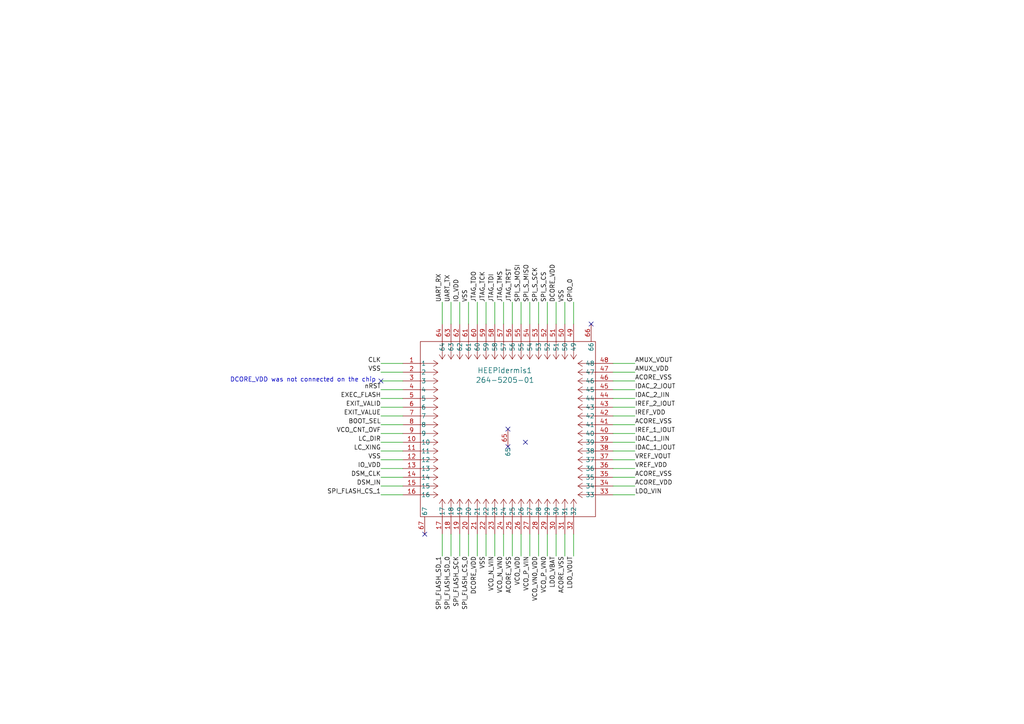
<source format=kicad_sch>
(kicad_sch (version 20231120) (generator "eeschema") (generator_version "8.0")
  (paper "A4")
  (lib_symbols
    (symbol "QFN64-scoket:264-5205-01" (pin_names (offset 0.254))
      (property "Reference" "HEEPidermis" (at 16.51 -8.382 0))
      (property "Value" "264-5205-01" (at 16.002 -11.176 0))
      (symbol "264-5205-01_1_1"
        (polyline (pts (xy 5.08 -44.45) (xy 0 -44.45)) (stroke (width 0.127)))
        (polyline (pts (xy 5.08 -44.45) (xy 3.81 -45.2967)) (stroke (width 0.127)))
        (polyline (pts (xy 5.08 -44.45) (xy 3.81 -43.6033)) (stroke (width 0.127)))
        (polyline (pts (xy 5.08 -41.91) (xy 0 -41.91)) (stroke (width 0.127)))
        (polyline (pts (xy 5.08 -41.91) (xy 3.81 -42.7567)) (stroke (width 0.127)))
        (polyline (pts (xy 5.08 -41.91) (xy 3.81 -41.0633)) (stroke (width 0.127)))
        (polyline (pts (xy 5.08 -39.37) (xy 0 -39.37)) (stroke (width 0.127)))
        (polyline (pts (xy 5.08 -39.37) (xy 3.81 -40.2167)) (stroke (width 0.127)))
        (polyline (pts (xy 5.08 -39.37) (xy 3.81 -38.5233)) (stroke (width 0.127)))
        (polyline (pts (xy 5.08 -36.83) (xy 0 -36.83)) (stroke (width 0.127)))
        (polyline (pts (xy 5.08 -36.83) (xy 3.81 -37.6767)) (stroke (width 0.127)))
        (polyline (pts (xy 5.08 -36.83) (xy 3.81 -35.9833)) (stroke (width 0.127)))
        (polyline (pts (xy 5.08 -34.29) (xy 0 -34.29)) (stroke (width 0.127)))
        (polyline (pts (xy 5.08 -34.29) (xy 3.81 -35.1367)) (stroke (width 0.127)))
        (polyline (pts (xy 5.08 -34.29) (xy 3.81 -33.4433)) (stroke (width 0.127)))
        (polyline (pts (xy 5.08 -31.75) (xy 0 -31.75)) (stroke (width 0.127)))
        (polyline (pts (xy 5.08 -31.75) (xy 3.81 -32.5967)) (stroke (width 0.127)))
        (polyline (pts (xy 5.08 -31.75) (xy 3.81 -30.9033)) (stroke (width 0.127)))
        (polyline (pts (xy 5.08 -29.21) (xy 0 -29.21)) (stroke (width 0.127)))
        (polyline (pts (xy 5.08 -29.21) (xy 3.81 -30.0567)) (stroke (width 0.127)))
        (polyline (pts (xy 5.08 -29.21) (xy 3.81 -28.3633)) (stroke (width 0.127)))
        (polyline (pts (xy 5.08 -26.67) (xy 0 -26.67)) (stroke (width 0.127)))
        (polyline (pts (xy 5.08 -26.67) (xy 3.81 -27.5167)) (stroke (width 0.127)))
        (polyline (pts (xy 5.08 -26.67) (xy 3.81 -25.8233)) (stroke (width 0.127)))
        (polyline (pts (xy 5.08 -24.13) (xy 0 -24.13)) (stroke (width 0.127)))
        (polyline (pts (xy 5.08 -24.13) (xy 3.81 -24.9767)) (stroke (width 0.127)))
        (polyline (pts (xy 5.08 -24.13) (xy 3.81 -23.2833)) (stroke (width 0.127)))
        (polyline (pts (xy 5.08 -21.59) (xy 0 -21.59)) (stroke (width 0.127)))
        (polyline (pts (xy 5.08 -21.59) (xy 3.81 -22.4367)) (stroke (width 0.127)))
        (polyline (pts (xy 5.08 -21.59) (xy 3.81 -20.7433)) (stroke (width 0.127)))
        (polyline (pts (xy 5.08 -19.05) (xy 0 -19.05)) (stroke (width 0.127)))
        (polyline (pts (xy 5.08 -19.05) (xy 3.81 -19.8967)) (stroke (width 0.127)))
        (polyline (pts (xy 5.08 -19.05) (xy 3.81 -18.2033)) (stroke (width 0.127)))
        (polyline (pts (xy 5.08 -16.51) (xy 0 -16.51)) (stroke (width 0.127)))
        (polyline (pts (xy 5.08 -16.51) (xy 3.81 -17.3567)) (stroke (width 0.127)))
        (polyline (pts (xy 5.08 -16.51) (xy 3.81 -15.6633)) (stroke (width 0.127)))
        (polyline (pts (xy 5.08 -13.97) (xy 0 -13.97)) (stroke (width 0.127)))
        (polyline (pts (xy 5.08 -13.97) (xy 3.81 -14.8167)) (stroke (width 0.127)))
        (polyline (pts (xy 5.08 -13.97) (xy 3.81 -13.1233)) (stroke (width 0.127)))
        (polyline (pts (xy 5.08 -11.43) (xy 0 -11.43)) (stroke (width 0.127)))
        (polyline (pts (xy 5.08 -11.43) (xy 3.81 -12.2767)) (stroke (width 0.127)))
        (polyline (pts (xy 5.08 -11.43) (xy 3.81 -10.5833)) (stroke (width 0.127)))
        (polyline (pts (xy 5.08 -8.89) (xy 0 -8.89)) (stroke (width 0.127)))
        (polyline (pts (xy 5.08 -8.89) (xy 3.81 -9.7367)) (stroke (width 0.127)))
        (polyline (pts (xy 5.08 -8.89) (xy 3.81 -8.0433)) (stroke (width 0.127)))
        (polyline (pts (xy 5.08 -6.35) (xy 0 -6.35)) (stroke (width 0.127)))
        (polyline (pts (xy 5.08 -6.35) (xy 3.81 -7.1967)) (stroke (width 0.127)))
        (polyline (pts (xy 5.08 -6.35) (xy 3.81 -5.5033)) (stroke (width 0.127)))
        (polyline (pts (xy 6.35 -45.72) (xy 5.5033 -46.99)) (stroke (width 0.127)))
        (polyline (pts (xy 6.35 -45.72) (xy 6.35 -50.8)) (stroke (width 0.127)))
        (polyline (pts (xy 6.35 -45.72) (xy 7.1967 -46.99)) (stroke (width 0.127)))
        (polyline (pts (xy 6.35 -5.08) (xy 5.5033 -3.81)) (stroke (width 0.127)))
        (polyline (pts (xy 6.35 -5.08) (xy 6.35 0)) (stroke (width 0.127)))
        (polyline (pts (xy 6.35 -5.08) (xy 7.1967 -3.81)) (stroke (width 0.127)))
        (polyline (pts (xy 8.89 -45.72) (xy 8.0433 -46.99)) (stroke (width 0.127)))
        (polyline (pts (xy 8.89 -45.72) (xy 8.89 -50.8)) (stroke (width 0.127)))
        (polyline (pts (xy 8.89 -45.72) (xy 9.7367 -46.99)) (stroke (width 0.127)))
        (polyline (pts (xy 8.89 -5.08) (xy 8.0433 -3.81)) (stroke (width 0.127)))
        (polyline (pts (xy 8.89 -5.08) (xy 8.89 0)) (stroke (width 0.127)))
        (polyline (pts (xy 8.89 -5.08) (xy 9.7367 -3.81)) (stroke (width 0.127)))
        (polyline (pts (xy 11.43 -45.72) (xy 10.5833 -46.99)) (stroke (width 0.127)))
        (polyline (pts (xy 11.43 -45.72) (xy 11.43 -50.8)) (stroke (width 0.127)))
        (polyline (pts (xy 11.43 -45.72) (xy 12.2767 -46.99)) (stroke (width 0.127)))
        (polyline (pts (xy 11.43 -5.08) (xy 10.5833 -3.81)) (stroke (width 0.127)))
        (polyline (pts (xy 11.43 -5.08) (xy 11.43 0)) (stroke (width 0.127)))
        (polyline (pts (xy 11.43 -5.08) (xy 12.2767 -3.81)) (stroke (width 0.127)))
        (polyline (pts (xy 13.97 -45.72) (xy 13.1233 -46.99)) (stroke (width 0.127)))
        (polyline (pts (xy 13.97 -45.72) (xy 13.97 -50.8)) (stroke (width 0.127)))
        (polyline (pts (xy 13.97 -45.72) (xy 14.8167 -46.99)) (stroke (width 0.127)))
        (polyline (pts (xy 13.97 -5.08) (xy 13.1233 -3.81)) (stroke (width 0.127)))
        (polyline (pts (xy 13.97 -5.08) (xy 13.97 0)) (stroke (width 0.127)))
        (polyline (pts (xy 13.97 -5.08) (xy 14.8167 -3.81)) (stroke (width 0.127)))
        (polyline (pts (xy 16.51 -45.72) (xy 15.6633 -46.99)) (stroke (width 0.127)))
        (polyline (pts (xy 16.51 -45.72) (xy 16.51 -50.8)) (stroke (width 0.127)))
        (polyline (pts (xy 16.51 -45.72) (xy 17.3567 -46.99)) (stroke (width 0.127)))
        (polyline (pts (xy 16.51 -5.08) (xy 15.6633 -3.81)) (stroke (width 0.127)))
        (polyline (pts (xy 16.51 -5.08) (xy 16.51 0)) (stroke (width 0.127)))
        (polyline (pts (xy 16.51 -5.08) (xy 17.3567 -3.81)) (stroke (width 0.127)))
        (polyline (pts (xy 19.05 -45.72) (xy 18.2033 -46.99)) (stroke (width 0.127)))
        (polyline (pts (xy 19.05 -45.72) (xy 19.05 -50.8)) (stroke (width 0.127)))
        (polyline (pts (xy 19.05 -45.72) (xy 19.8967 -46.99)) (stroke (width 0.127)))
        (polyline (pts (xy 19.05 -5.08) (xy 18.2033 -3.81)) (stroke (width 0.127)))
        (polyline (pts (xy 19.05 -5.08) (xy 19.05 0)) (stroke (width 0.127)))
        (polyline (pts (xy 19.05 -5.08) (xy 19.8967 -3.81)) (stroke (width 0.127)))
        (polyline (pts (xy 21.59 -45.72) (xy 20.7433 -46.99)) (stroke (width 0.127)))
        (polyline (pts (xy 21.59 -45.72) (xy 21.59 -50.8)) (stroke (width 0.127)))
        (polyline (pts (xy 21.59 -45.72) (xy 22.4367 -46.99)) (stroke (width 0.127)))
        (polyline (pts (xy 21.59 -5.08) (xy 20.7433 -3.81)) (stroke (width 0.127)))
        (polyline (pts (xy 21.59 -5.08) (xy 21.59 0)) (stroke (width 0.127)))
        (polyline (pts (xy 21.59 -5.08) (xy 22.4367 -3.81)) (stroke (width 0.127)))
        (polyline (pts (xy 24.13 -45.72) (xy 23.2833 -46.99)) (stroke (width 0.127)))
        (polyline (pts (xy 24.13 -45.72) (xy 24.13 -50.8)) (stroke (width 0.127)))
        (polyline (pts (xy 24.13 -45.72) (xy 24.9767 -46.99)) (stroke (width 0.127)))
        (polyline (pts (xy 24.13 -5.08) (xy 23.2833 -3.81)) (stroke (width 0.127)))
        (polyline (pts (xy 24.13 -5.08) (xy 24.13 0)) (stroke (width 0.127)))
        (polyline (pts (xy 24.13 -5.08) (xy 24.9767 -3.81)) (stroke (width 0.127)))
        (polyline (pts (xy 26.67 -45.72) (xy 25.8233 -46.99)) (stroke (width 0.127)))
        (polyline (pts (xy 26.67 -45.72) (xy 26.67 -50.8)) (stroke (width 0.127)))
        (polyline (pts (xy 26.67 -45.72) (xy 27.5167 -46.99)) (stroke (width 0.127)))
        (polyline (pts (xy 26.67 -5.08) (xy 25.8233 -3.81)) (stroke (width 0.127)))
        (polyline (pts (xy 26.67 -5.08) (xy 26.67 0)) (stroke (width 0.127)))
        (polyline (pts (xy 26.67 -5.08) (xy 27.5167 -3.81)) (stroke (width 0.127)))
        (polyline (pts (xy 29.21 -45.72) (xy 28.3633 -46.99)) (stroke (width 0.127)))
        (polyline (pts (xy 29.21 -45.72) (xy 29.21 -50.8)) (stroke (width 0.127)))
        (polyline (pts (xy 29.21 -45.72) (xy 30.0567 -46.99)) (stroke (width 0.127)))
        (polyline (pts (xy 29.21 -5.08) (xy 28.3633 -3.81)) (stroke (width 0.127)))
        (polyline (pts (xy 29.21 -5.08) (xy 29.21 0)) (stroke (width 0.127)))
        (polyline (pts (xy 29.21 -5.08) (xy 30.0567 -3.81)) (stroke (width 0.127)))
        (polyline (pts (xy 31.75 -45.72) (xy 30.9033 -46.99)) (stroke (width 0.127)))
        (polyline (pts (xy 31.75 -45.72) (xy 31.75 -50.8)) (stroke (width 0.127)))
        (polyline (pts (xy 31.75 -45.72) (xy 32.5967 -46.99)) (stroke (width 0.127)))
        (polyline (pts (xy 31.75 -5.08) (xy 30.9033 -3.81)) (stroke (width 0.127)))
        (polyline (pts (xy 31.75 -5.08) (xy 31.75 0)) (stroke (width 0.127)))
        (polyline (pts (xy 31.75 -5.08) (xy 32.5967 -3.81)) (stroke (width 0.127)))
        (polyline (pts (xy 34.29 -45.72) (xy 33.4433 -46.99)) (stroke (width 0.127)))
        (polyline (pts (xy 34.29 -45.72) (xy 34.29 -50.8)) (stroke (width 0.127)))
        (polyline (pts (xy 34.29 -45.72) (xy 35.1367 -46.99)) (stroke (width 0.127)))
        (polyline (pts (xy 34.29 -5.08) (xy 33.4433 -3.81)) (stroke (width 0.127)))
        (polyline (pts (xy 34.29 -5.08) (xy 34.29 0)) (stroke (width 0.127)))
        (polyline (pts (xy 34.29 -5.08) (xy 35.1367 -3.81)) (stroke (width 0.127)))
        (polyline (pts (xy 36.83 -45.72) (xy 35.9833 -46.99)) (stroke (width 0.127)))
        (polyline (pts (xy 36.83 -45.72) (xy 36.83 -50.8)) (stroke (width 0.127)))
        (polyline (pts (xy 36.83 -45.72) (xy 37.6767 -46.99)) (stroke (width 0.127)))
        (polyline (pts (xy 36.83 -5.08) (xy 35.9833 -3.81)) (stroke (width 0.127)))
        (polyline (pts (xy 36.83 -5.08) (xy 36.83 0)) (stroke (width 0.127)))
        (polyline (pts (xy 36.83 -5.08) (xy 37.6767 -3.81)) (stroke (width 0.127)))
        (polyline (pts (xy 39.37 -45.72) (xy 38.5233 -46.99)) (stroke (width 0.127)))
        (polyline (pts (xy 39.37 -45.72) (xy 39.37 -50.8)) (stroke (width 0.127)))
        (polyline (pts (xy 39.37 -45.72) (xy 40.2167 -46.99)) (stroke (width 0.127)))
        (polyline (pts (xy 39.37 -5.08) (xy 38.5233 -3.81)) (stroke (width 0.127)))
        (polyline (pts (xy 39.37 -5.08) (xy 39.37 0)) (stroke (width 0.127)))
        (polyline (pts (xy 39.37 -5.08) (xy 40.2167 -3.81)) (stroke (width 0.127)))
        (polyline (pts (xy 41.91 -45.72) (xy 41.0633 -46.99)) (stroke (width 0.127)))
        (polyline (pts (xy 41.91 -45.72) (xy 41.91 -50.8)) (stroke (width 0.127)))
        (polyline (pts (xy 41.91 -45.72) (xy 42.7567 -46.99)) (stroke (width 0.127)))
        (polyline (pts (xy 41.91 -5.08) (xy 41.0633 -3.81)) (stroke (width 0.127)))
        (polyline (pts (xy 41.91 -5.08) (xy 41.91 0)) (stroke (width 0.127)))
        (polyline (pts (xy 41.91 -5.08) (xy 42.7567 -3.81)) (stroke (width 0.127)))
        (polyline (pts (xy 44.45 -45.72) (xy 43.6033 -46.99)) (stroke (width 0.127)))
        (polyline (pts (xy 44.45 -45.72) (xy 44.45 -50.8)) (stroke (width 0.127)))
        (polyline (pts (xy 44.45 -45.72) (xy 45.2967 -46.99)) (stroke (width 0.127)))
        (polyline (pts (xy 44.45 -5.08) (xy 43.6033 -3.81)) (stroke (width 0.127)))
        (polyline (pts (xy 44.45 -5.08) (xy 44.45 0)) (stroke (width 0.127)))
        (polyline (pts (xy 44.45 -5.08) (xy 45.2967 -3.81)) (stroke (width 0.127)))
        (polyline (pts (xy 45.72 -44.45) (xy 46.99 -45.2967)) (stroke (width 0.127)))
        (polyline (pts (xy 45.72 -44.45) (xy 46.99 -43.6033)) (stroke (width 0.127)))
        (polyline (pts (xy 45.72 -44.45) (xy 50.8 -44.45)) (stroke (width 0.127)))
        (polyline (pts (xy 45.72 -41.91) (xy 46.99 -42.7567)) (stroke (width 0.127)))
        (polyline (pts (xy 45.72 -41.91) (xy 46.99 -41.0633)) (stroke (width 0.127)))
        (polyline (pts (xy 45.72 -41.91) (xy 50.8 -41.91)) (stroke (width 0.127)))
        (polyline (pts (xy 45.72 -39.37) (xy 46.99 -40.2167)) (stroke (width 0.127)))
        (polyline (pts (xy 45.72 -39.37) (xy 46.99 -38.5233)) (stroke (width 0.127)))
        (polyline (pts (xy 45.72 -39.37) (xy 50.8 -39.37)) (stroke (width 0.127)))
        (polyline (pts (xy 45.72 -36.83) (xy 46.99 -37.6767)) (stroke (width 0.127)))
        (polyline (pts (xy 45.72 -36.83) (xy 46.99 -35.9833)) (stroke (width 0.127)))
        (polyline (pts (xy 45.72 -36.83) (xy 50.8 -36.83)) (stroke (width 0.127)))
        (polyline (pts (xy 45.72 -34.29) (xy 46.99 -35.1367)) (stroke (width 0.127)))
        (polyline (pts (xy 45.72 -34.29) (xy 46.99 -33.4433)) (stroke (width 0.127)))
        (polyline (pts (xy 45.72 -34.29) (xy 50.8 -34.29)) (stroke (width 0.127)))
        (polyline (pts (xy 45.72 -31.75) (xy 46.99 -32.5967)) (stroke (width 0.127)))
        (polyline (pts (xy 45.72 -31.75) (xy 46.99 -30.9033)) (stroke (width 0.127)))
        (polyline (pts (xy 45.72 -31.75) (xy 50.8 -31.75)) (stroke (width 0.127)))
        (polyline (pts (xy 45.72 -29.21) (xy 46.99 -30.0567)) (stroke (width 0.127)))
        (polyline (pts (xy 45.72 -29.21) (xy 46.99 -28.3633)) (stroke (width 0.127)))
        (polyline (pts (xy 45.72 -29.21) (xy 50.8 -29.21)) (stroke (width 0.127)))
        (polyline (pts (xy 45.72 -26.67) (xy 46.99 -27.5167)) (stroke (width 0.127)))
        (polyline (pts (xy 45.72 -26.67) (xy 46.99 -25.8233)) (stroke (width 0.127)))
        (polyline (pts (xy 45.72 -26.67) (xy 50.8 -26.67)) (stroke (width 0.127)))
        (polyline (pts (xy 45.72 -24.13) (xy 46.99 -24.9767)) (stroke (width 0.127)))
        (polyline (pts (xy 45.72 -24.13) (xy 46.99 -23.2833)) (stroke (width 0.127)))
        (polyline (pts (xy 45.72 -24.13) (xy 50.8 -24.13)) (stroke (width 0.127)))
        (polyline (pts (xy 45.72 -21.59) (xy 46.99 -22.4367)) (stroke (width 0.127)))
        (polyline (pts (xy 45.72 -21.59) (xy 46.99 -20.7433)) (stroke (width 0.127)))
        (polyline (pts (xy 45.72 -21.59) (xy 50.8 -21.59)) (stroke (width 0.127)))
        (polyline (pts (xy 45.72 -19.05) (xy 46.99 -19.8967)) (stroke (width 0.127)))
        (polyline (pts (xy 45.72 -19.05) (xy 46.99 -18.2033)) (stroke (width 0.127)))
        (polyline (pts (xy 45.72 -19.05) (xy 50.8 -19.05)) (stroke (width 0.127)))
        (polyline (pts (xy 45.72 -16.51) (xy 46.99 -17.3567)) (stroke (width 0.127)))
        (polyline (pts (xy 45.72 -16.51) (xy 46.99 -15.6633)) (stroke (width 0.127)))
        (polyline (pts (xy 45.72 -16.51) (xy 50.8 -16.51)) (stroke (width 0.127)))
        (polyline (pts (xy 45.72 -13.97) (xy 46.99 -14.8167)) (stroke (width 0.127)))
        (polyline (pts (xy 45.72 -13.97) (xy 46.99 -13.1233)) (stroke (width 0.127)))
        (polyline (pts (xy 45.72 -13.97) (xy 50.8 -13.97)) (stroke (width 0.127)))
        (polyline (pts (xy 45.72 -11.43) (xy 46.99 -12.2767)) (stroke (width 0.127)))
        (polyline (pts (xy 45.72 -11.43) (xy 46.99 -10.5833)) (stroke (width 0.127)))
        (polyline (pts (xy 45.72 -11.43) (xy 50.8 -11.43)) (stroke (width 0.127)))
        (polyline (pts (xy 45.72 -8.89) (xy 46.99 -9.7367)) (stroke (width 0.127)))
        (polyline (pts (xy 45.72 -8.89) (xy 46.99 -8.0433)) (stroke (width 0.127)))
        (polyline (pts (xy 45.72 -8.89) (xy 50.8 -8.89)) (stroke (width 0.127)))
        (polyline (pts (xy 45.72 -6.35) (xy 46.99 -7.1967)) (stroke (width 0.127)))
        (polyline (pts (xy 45.72 -6.35) (xy 46.99 -5.5033)) (stroke (width 0.127)))
        (polyline (pts (xy 45.72 -6.35) (xy 50.8 -6.35)) (stroke (width 0.127)))
        (rectangle (start 0 0) (end 50.8 -50.8))
        (pin unspecified line (at -5.08 -6.35 0) (length 5.08) (name "1") (number "1"))
        (pin unspecified line (at -5.08 -29.21 0) (length 5.08) (name "10") (number "10"))
        (pin unspecified line (at -5.08 -31.75 0) (length 5.08) (name "11") (number "11"))
        (pin unspecified line (at -5.08 -34.29 0) (length 5.08) (name "12") (number "12"))
        (pin unspecified line (at -5.08 -36.83 0) (length 5.08) (name "13") (number "13"))
        (pin unspecified line (at -5.08 -39.37 0) (length 5.08) (name "14") (number "14"))
        (pin unspecified line (at -5.08 -41.91 0) (length 5.08) (name "15") (number "15"))
        (pin unspecified line (at -5.08 -44.45 0) (length 5.08) (name "16") (number "16"))
        (pin unspecified line (at 6.35 -55.88 90) (length 5.08) (name "17") (number "17"))
        (pin unspecified line (at 8.89 -55.88 90) (length 5.08) (name "18") (number "18"))
        (pin unspecified line (at 11.43 -55.88 90) (length 5.08) (name "19") (number "19"))
        (pin unspecified line (at -5.08 -8.89 0) (length 5.08) (name "2") (number "2"))
        (pin unspecified line (at 13.97 -55.88 90) (length 5.08) (name "20") (number "20"))
        (pin unspecified line (at 16.51 -55.88 90) (length 5.08) (name "21") (number "21"))
        (pin unspecified line (at 19.05 -55.88 90) (length 5.08) (name "22") (number "22"))
        (pin unspecified line (at 21.59 -55.88 90) (length 5.08) (name "23") (number "23"))
        (pin unspecified line (at 24.13 -55.88 90) (length 5.08) (name "24") (number "24"))
        (pin unspecified line (at 26.67 -55.88 90) (length 5.08) (name "25") (number "25"))
        (pin unspecified line (at 29.21 -55.88 90) (length 5.08) (name "26") (number "26"))
        (pin unspecified line (at 31.75 -55.88 90) (length 5.08) (name "27") (number "27"))
        (pin unspecified line (at 34.29 -55.88 90) (length 5.08) (name "28") (number "28"))
        (pin unspecified line (at 36.83 -55.88 90) (length 5.08) (name "29") (number "29"))
        (pin unspecified line (at -5.08 -11.43 0) (length 5.08) (name "3") (number "3"))
        (pin unspecified line (at 39.37 -55.88 90) (length 5.08) (name "30") (number "30"))
        (pin unspecified line (at 41.91 -55.88 90) (length 5.08) (name "31") (number "31"))
        (pin unspecified line (at 44.45 -55.88 90) (length 5.08) (name "32") (number "32"))
        (pin unspecified line (at 55.88 -44.45 180) (length 5.08) (name "33") (number "33"))
        (pin unspecified line (at 55.88 -41.91 180) (length 5.08) (name "34") (number "34"))
        (pin unspecified line (at 55.88 -39.37 180) (length 5.08) (name "35") (number "35"))
        (pin unspecified line (at 55.88 -36.83 180) (length 5.08) (name "36") (number "36"))
        (pin unspecified line (at 55.88 -34.29 180) (length 5.08) (name "37") (number "37"))
        (pin unspecified line (at 55.88 -31.75 180) (length 5.08) (name "38") (number "38"))
        (pin unspecified line (at 55.88 -29.21 180) (length 5.08) (name "39") (number "39"))
        (pin unspecified line (at -5.08 -13.97 0) (length 5.08) (name "4") (number "4"))
        (pin unspecified line (at 55.88 -26.67 180) (length 5.08) (name "40") (number "40"))
        (pin unspecified line (at 55.88 -24.13 180) (length 5.08) (name "41") (number "41"))
        (pin unspecified line (at 55.88 -21.59 180) (length 5.08) (name "42") (number "42"))
        (pin unspecified line (at 55.88 -19.05 180) (length 5.08) (name "43") (number "43"))
        (pin unspecified line (at 55.88 -16.51 180) (length 5.08) (name "44") (number "44"))
        (pin unspecified line (at 55.88 -13.97 180) (length 5.08) (name "45") (number "45"))
        (pin unspecified line (at 55.88 -11.43 180) (length 5.08) (name "46") (number "46"))
        (pin unspecified line (at 55.88 -8.89 180) (length 5.08) (name "47") (number "47"))
        (pin unspecified line (at 55.88 -6.35 180) (length 5.08) (name "48") (number "48"))
        (pin unspecified line (at 44.45 5.08 270) (length 5.08) (name "49") (number "49"))
        (pin unspecified line (at -5.08 -16.51 0) (length 5.08) (name "5") (number "5"))
        (pin unspecified line (at 41.91 5.08 270) (length 5.08) (name "50") (number "50"))
        (pin unspecified line (at 39.37 5.08 270) (length 5.08) (name "51") (number "51"))
        (pin unspecified line (at 36.83 5.08 270) (length 5.08) (name "52") (number "52"))
        (pin unspecified line (at 34.29 5.08 270) (length 5.08) (name "53") (number "53"))
        (pin unspecified line (at 31.75 5.08 270) (length 5.08) (name "54") (number "54"))
        (pin unspecified line (at 29.21 5.08 270) (length 5.08) (name "55") (number "55"))
        (pin unspecified line (at 26.67 5.08 270) (length 5.08) (name "56") (number "56"))
        (pin unspecified line (at 24.13 5.08 270) (length 5.08) (name "57") (number "57"))
        (pin unspecified line (at 21.59 5.08 270) (length 5.08) (name "58") (number "58"))
        (pin unspecified line (at 19.05 5.08 270) (length 5.08) (name "59") (number "59"))
        (pin unspecified line (at -5.08 -19.05 0) (length 5.08) (name "6") (number "6"))
        (pin unspecified line (at 16.51 5.08 270) (length 5.08) (name "60") (number "60"))
        (pin unspecified line (at 13.97 5.08 270) (length 5.08) (name "61") (number "61"))
        (pin unspecified line (at 11.43 5.08 270) (length 5.08) (name "62") (number "62"))
        (pin unspecified line (at 8.89 5.08 270) (length 5.08) (name "63") (number "63"))
        (pin unspecified line (at 6.35 5.08 270) (length 5.08) (name "64") (number "64"))
        (pin unspecified line (at 25.4 -25.4 270) (length 5.08) (name "65") (number "65"))
        (pin unspecified line (at 49.53 5.08 270) (length 5.08) (name "66") (number "66"))
        (pin unspecified line (at 1.27 -55.88 90) (length 5.08) (name "67") (number "67"))
        (pin unspecified line (at -5.08 -21.59 0) (length 5.08) (name "7") (number "7"))
        (pin unspecified line (at -5.08 -24.13 0) (length 5.08) (name "8") (number "8"))
        (pin unspecified line (at -5.08 -26.67 0) (length 5.08) (name "9") (number "9"))
      )
      (symbol "264-5205-01_1_2"
        (polyline (pts (xy 5.08 -165.1) (xy 12.7 -165.1)) (stroke (width 0.127)))
        (polyline (pts (xy 5.08 2.54) (xy 5.08 -165.1)) (stroke (width 0.127)))
        (polyline (pts (xy 7.62 -162.56) (xy 5.08 -162.56)) (stroke (width 0.127)))
        (polyline (pts (xy 7.62 -162.56) (xy 8.89 -163.4067)) (stroke (width 0.127)))
        (polyline (pts (xy 7.62 -162.56) (xy 8.89 -161.7133)) (stroke (width 0.127)))
        (polyline (pts (xy 7.62 -160.02) (xy 5.08 -160.02)) (stroke (width 0.127)))
        (polyline (pts (xy 7.62 -160.02) (xy 8.89 -160.8667)) (stroke (width 0.127)))
        (polyline (pts (xy 7.62 -160.02) (xy 8.89 -159.1733)) (stroke (width 0.127)))
        (polyline (pts (xy 7.62 -157.48) (xy 5.08 -157.48)) (stroke (width 0.127)))
        (polyline (pts (xy 7.62 -157.48) (xy 8.89 -158.3267)) (stroke (width 0.127)))
        (polyline (pts (xy 7.62 -157.48) (xy 8.89 -156.6333)) (stroke (width 0.127)))
        (polyline (pts (xy 7.62 -154.94) (xy 5.08 -154.94)) (stroke (width 0.127)))
        (polyline (pts (xy 7.62 -154.94) (xy 8.89 -155.7867)) (stroke (width 0.127)))
        (polyline (pts (xy 7.62 -154.94) (xy 8.89 -154.0933)) (stroke (width 0.127)))
        (polyline (pts (xy 7.62 -152.4) (xy 5.08 -152.4)) (stroke (width 0.127)))
        (polyline (pts (xy 7.62 -152.4) (xy 8.89 -153.2467)) (stroke (width 0.127)))
        (polyline (pts (xy 7.62 -152.4) (xy 8.89 -151.5533)) (stroke (width 0.127)))
        (polyline (pts (xy 7.62 -149.86) (xy 5.08 -149.86)) (stroke (width 0.127)))
        (polyline (pts (xy 7.62 -149.86) (xy 8.89 -150.7067)) (stroke (width 0.127)))
        (polyline (pts (xy 7.62 -149.86) (xy 8.89 -149.0133)) (stroke (width 0.127)))
        (polyline (pts (xy 7.62 -147.32) (xy 5.08 -147.32)) (stroke (width 0.127)))
        (polyline (pts (xy 7.62 -147.32) (xy 8.89 -148.1667)) (stroke (width 0.127)))
        (polyline (pts (xy 7.62 -147.32) (xy 8.89 -146.4733)) (stroke (width 0.127)))
        (polyline (pts (xy 7.62 -144.78) (xy 5.08 -144.78)) (stroke (width 0.127)))
        (polyline (pts (xy 7.62 -144.78) (xy 8.89 -145.6267)) (stroke (width 0.127)))
        (polyline (pts (xy 7.62 -144.78) (xy 8.89 -143.9333)) (stroke (width 0.127)))
        (polyline (pts (xy 7.62 -142.24) (xy 5.08 -142.24)) (stroke (width 0.127)))
        (polyline (pts (xy 7.62 -142.24) (xy 8.89 -143.0867)) (stroke (width 0.127)))
        (polyline (pts (xy 7.62 -142.24) (xy 8.89 -141.3933)) (stroke (width 0.127)))
        (polyline (pts (xy 7.62 -139.7) (xy 5.08 -139.7)) (stroke (width 0.127)))
        (polyline (pts (xy 7.62 -139.7) (xy 8.89 -140.5467)) (stroke (width 0.127)))
        (polyline (pts (xy 7.62 -139.7) (xy 8.89 -138.8533)) (stroke (width 0.127)))
        (polyline (pts (xy 7.62 -137.16) (xy 5.08 -137.16)) (stroke (width 0.127)))
        (polyline (pts (xy 7.62 -137.16) (xy 8.89 -138.0067)) (stroke (width 0.127)))
        (polyline (pts (xy 7.62 -137.16) (xy 8.89 -136.3133)) (stroke (width 0.127)))
        (polyline (pts (xy 7.62 -134.62) (xy 5.08 -134.62)) (stroke (width 0.127)))
        (polyline (pts (xy 7.62 -134.62) (xy 8.89 -135.4667)) (stroke (width 0.127)))
        (polyline (pts (xy 7.62 -134.62) (xy 8.89 -133.7733)) (stroke (width 0.127)))
        (polyline (pts (xy 7.62 -132.08) (xy 5.08 -132.08)) (stroke (width 0.127)))
        (polyline (pts (xy 7.62 -132.08) (xy 8.89 -132.9267)) (stroke (width 0.127)))
        (polyline (pts (xy 7.62 -132.08) (xy 8.89 -131.2333)) (stroke (width 0.127)))
        (polyline (pts (xy 7.62 -129.54) (xy 5.08 -129.54)) (stroke (width 0.127)))
        (polyline (pts (xy 7.62 -129.54) (xy 8.89 -130.3867)) (stroke (width 0.127)))
        (polyline (pts (xy 7.62 -129.54) (xy 8.89 -128.6933)) (stroke (width 0.127)))
        (polyline (pts (xy 7.62 -127) (xy 5.08 -127)) (stroke (width 0.127)))
        (polyline (pts (xy 7.62 -127) (xy 8.89 -127.8467)) (stroke (width 0.127)))
        (polyline (pts (xy 7.62 -127) (xy 8.89 -126.1533)) (stroke (width 0.127)))
        (polyline (pts (xy 7.62 -124.46) (xy 5.08 -124.46)) (stroke (width 0.127)))
        (polyline (pts (xy 7.62 -124.46) (xy 8.89 -125.3067)) (stroke (width 0.127)))
        (polyline (pts (xy 7.62 -124.46) (xy 8.89 -123.6133)) (stroke (width 0.127)))
        (polyline (pts (xy 7.62 -121.92) (xy 5.08 -121.92)) (stroke (width 0.127)))
        (polyline (pts (xy 7.62 -121.92) (xy 8.89 -122.7667)) (stroke (width 0.127)))
        (polyline (pts (xy 7.62 -121.92) (xy 8.89 -121.0733)) (stroke (width 0.127)))
        (polyline (pts (xy 7.62 -119.38) (xy 5.08 -119.38)) (stroke (width 0.127)))
        (polyline (pts (xy 7.62 -119.38) (xy 8.89 -120.2267)) (stroke (width 0.127)))
        (polyline (pts (xy 7.62 -119.38) (xy 8.89 -118.5333)) (stroke (width 0.127)))
        (polyline (pts (xy 7.62 -116.84) (xy 5.08 -116.84)) (stroke (width 0.127)))
        (polyline (pts (xy 7.62 -116.84) (xy 8.89 -117.6867)) (stroke (width 0.127)))
        (polyline (pts (xy 7.62 -116.84) (xy 8.89 -115.9933)) (stroke (width 0.127)))
        (polyline (pts (xy 7.62 -114.3) (xy 5.08 -114.3)) (stroke (width 0.127)))
        (polyline (pts (xy 7.62 -114.3) (xy 8.89 -115.1467)) (stroke (width 0.127)))
        (polyline (pts (xy 7.62 -114.3) (xy 8.89 -113.4533)) (stroke (width 0.127)))
        (polyline (pts (xy 7.62 -111.76) (xy 5.08 -111.76)) (stroke (width 0.127)))
        (polyline (pts (xy 7.62 -111.76) (xy 8.89 -112.6067)) (stroke (width 0.127)))
        (polyline (pts (xy 7.62 -111.76) (xy 8.89 -110.9133)) (stroke (width 0.127)))
        (polyline (pts (xy 7.62 -109.22) (xy 5.08 -109.22)) (stroke (width 0.127)))
        (polyline (pts (xy 7.62 -109.22) (xy 8.89 -110.0667)) (stroke (width 0.127)))
        (polyline (pts (xy 7.62 -109.22) (xy 8.89 -108.3733)) (stroke (width 0.127)))
        (polyline (pts (xy 7.62 -106.68) (xy 5.08 -106.68)) (stroke (width 0.127)))
        (polyline (pts (xy 7.62 -106.68) (xy 8.89 -107.5267)) (stroke (width 0.127)))
        (polyline (pts (xy 7.62 -106.68) (xy 8.89 -105.8333)) (stroke (width 0.127)))
        (polyline (pts (xy 7.62 -104.14) (xy 5.08 -104.14)) (stroke (width 0.127)))
        (polyline (pts (xy 7.62 -104.14) (xy 8.89 -104.9867)) (stroke (width 0.127)))
        (polyline (pts (xy 7.62 -104.14) (xy 8.89 -103.2933)) (stroke (width 0.127)))
        (polyline (pts (xy 7.62 -101.6) (xy 5.08 -101.6)) (stroke (width 0.127)))
        (polyline (pts (xy 7.62 -101.6) (xy 8.89 -102.4467)) (stroke (width 0.127)))
        (polyline (pts (xy 7.62 -101.6) (xy 8.89 -100.7533)) (stroke (width 0.127)))
        (polyline (pts (xy 7.62 -99.06) (xy 5.08 -99.06)) (stroke (width 0.127)))
        (polyline (pts (xy 7.62 -99.06) (xy 8.89 -99.9067)) (stroke (width 0.127)))
        (polyline (pts (xy 7.62 -99.06) (xy 8.89 -98.2133)) (stroke (width 0.127)))
        (polyline (pts (xy 7.62 -96.52) (xy 5.08 -96.52)) (stroke (width 0.127)))
        (polyline (pts (xy 7.62 -96.52) (xy 8.89 -97.3667)) (stroke (width 0.127)))
        (polyline (pts (xy 7.62 -96.52) (xy 8.89 -95.6733)) (stroke (width 0.127)))
        (polyline (pts (xy 7.62 -93.98) (xy 5.08 -93.98)) (stroke (width 0.127)))
        (polyline (pts (xy 7.62 -93.98) (xy 8.89 -94.8267)) (stroke (width 0.127)))
        (polyline (pts (xy 7.62 -93.98) (xy 8.89 -93.1333)) (stroke (width 0.127)))
        (polyline (pts (xy 7.62 -91.44) (xy 5.08 -91.44)) (stroke (width 0.127)))
        (polyline (pts (xy 7.62 -91.44) (xy 8.89 -92.2867)) (stroke (width 0.127)))
        (polyline (pts (xy 7.62 -91.44) (xy 8.89 -90.5933)) (stroke (width 0.127)))
        (polyline (pts (xy 7.62 -88.9) (xy 5.08 -88.9)) (stroke (width 0.127)))
        (polyline (pts (xy 7.62 -88.9) (xy 8.89 -89.7467)) (stroke (width 0.127)))
        (polyline (pts (xy 7.62 -88.9) (xy 8.89 -88.0533)) (stroke (width 0.127)))
        (polyline (pts (xy 7.62 -86.36) (xy 5.08 -86.36)) (stroke (width 0.127)))
        (polyline (pts (xy 7.62 -86.36) (xy 8.89 -87.2067)) (stroke (width 0.127)))
        (polyline (pts (xy 7.62 -86.36) (xy 8.89 -85.5133)) (stroke (width 0.127)))
        (polyline (pts (xy 7.62 -83.82) (xy 5.08 -83.82)) (stroke (width 0.127)))
        (polyline (pts (xy 7.62 -83.82) (xy 8.89 -84.6667)) (stroke (width 0.127)))
        (polyline (pts (xy 7.62 -83.82) (xy 8.89 -82.9733)) (stroke (width 0.127)))
        (polyline (pts (xy 7.62 -81.28) (xy 5.08 -81.28)) (stroke (width 0.127)))
        (polyline (pts (xy 7.62 -81.28) (xy 8.89 -82.1267)) (stroke (width 0.127)))
        (polyline (pts (xy 7.62 -81.28) (xy 8.89 -80.4333)) (stroke (width 0.127)))
        (polyline (pts (xy 7.62 -78.74) (xy 5.08 -78.74)) (stroke (width 0.127)))
        (polyline (pts (xy 7.62 -78.74) (xy 8.89 -79.5867)) (stroke (width 0.127)))
        (polyline (pts (xy 7.62 -78.74) (xy 8.89 -77.8933)) (stroke (width 0.127)))
        (polyline (pts (xy 7.62 -76.2) (xy 5.08 -76.2)) (stroke (width 0.127)))
        (polyline (pts (xy 7.62 -76.2) (xy 8.89 -77.0467)) (stroke (width 0.127)))
        (polyline (pts (xy 7.62 -76.2) (xy 8.89 -75.3533)) (stroke (width 0.127)))
        (polyline (pts (xy 7.62 -73.66) (xy 5.08 -73.66)) (stroke (width 0.127)))
        (polyline (pts (xy 7.62 -73.66) (xy 8.89 -74.5067)) (stroke (width 0.127)))
        (polyline (pts (xy 7.62 -73.66) (xy 8.89 -72.8133)) (stroke (width 0.127)))
        (polyline (pts (xy 7.62 -71.12) (xy 5.08 -71.12)) (stroke (width 0.127)))
        (polyline (pts (xy 7.62 -71.12) (xy 8.89 -71.9667)) (stroke (width 0.127)))
        (polyline (pts (xy 7.62 -71.12) (xy 8.89 -70.2733)) (stroke (width 0.127)))
        (polyline (pts (xy 7.62 -68.58) (xy 5.08 -68.58)) (stroke (width 0.127)))
        (polyline (pts (xy 7.62 -68.58) (xy 8.89 -69.4267)) (stroke (width 0.127)))
        (polyline (pts (xy 7.62 -68.58) (xy 8.89 -67.7333)) (stroke (width 0.127)))
        (polyline (pts (xy 7.62 -66.04) (xy 5.08 -66.04)) (stroke (width 0.127)))
        (polyline (pts (xy 7.62 -66.04) (xy 8.89 -66.8867)) (stroke (width 0.127)))
        (polyline (pts (xy 7.62 -66.04) (xy 8.89 -65.1933)) (stroke (width 0.127)))
        (polyline (pts (xy 7.62 -63.5) (xy 5.08 -63.5)) (stroke (width 0.127)))
        (polyline (pts (xy 7.62 -63.5) (xy 8.89 -64.3467)) (stroke (width 0.127)))
        (polyline (pts (xy 7.62 -63.5) (xy 8.89 -62.6533)) (stroke (width 0.127)))
        (polyline (pts (xy 7.62 -60.96) (xy 5.08 -60.96)) (stroke (width 0.127)))
        (polyline (pts (xy 7.62 -60.96) (xy 8.89 -61.8067)) (stroke (width 0.127)))
        (polyline (pts (xy 7.62 -60.96) (xy 8.89 -60.1133)) (stroke (width 0.127)))
        (polyline (pts (xy 7.62 -58.42) (xy 5.08 -58.42)) (stroke (width 0.127)))
        (polyline (pts (xy 7.62 -58.42) (xy 8.89 -59.2667)) (stroke (width 0.127)))
        (polyline (pts (xy 7.62 -58.42) (xy 8.89 -57.5733)) (stroke (width 0.127)))
        (polyline (pts (xy 7.62 -55.88) (xy 5.08 -55.88)) (stroke (width 0.127)))
        (polyline (pts (xy 7.62 -55.88) (xy 8.89 -56.7267)) (stroke (width 0.127)))
        (polyline (pts (xy 7.62 -55.88) (xy 8.89 -55.0333)) (stroke (width 0.127)))
        (polyline (pts (xy 7.62 -53.34) (xy 5.08 -53.34)) (stroke (width 0.127)))
        (polyline (pts (xy 7.62 -53.34) (xy 8.89 -54.1867)) (stroke (width 0.127)))
        (polyline (pts (xy 7.62 -53.34) (xy 8.89 -52.4933)) (stroke (width 0.127)))
        (polyline (pts (xy 7.62 -50.8) (xy 5.08 -50.8)) (stroke (width 0.127)))
        (polyline (pts (xy 7.62 -50.8) (xy 8.89 -51.6467)) (stroke (width 0.127)))
        (polyline (pts (xy 7.62 -50.8) (xy 8.89 -49.9533)) (stroke (width 0.127)))
        (polyline (pts (xy 7.62 -48.26) (xy 5.08 -48.26)) (stroke (width 0.127)))
        (polyline (pts (xy 7.62 -48.26) (xy 8.89 -49.1067)) (stroke (width 0.127)))
        (polyline (pts (xy 7.62 -48.26) (xy 8.89 -47.4133)) (stroke (width 0.127)))
        (polyline (pts (xy 7.62 -45.72) (xy 5.08 -45.72)) (stroke (width 0.127)))
        (polyline (pts (xy 7.62 -45.72) (xy 8.89 -46.5667)) (stroke (width 0.127)))
        (polyline (pts (xy 7.62 -45.72) (xy 8.89 -44.8733)) (stroke (width 0.127)))
        (polyline (pts (xy 7.62 -43.18) (xy 5.08 -43.18)) (stroke (width 0.127)))
        (polyline (pts (xy 7.62 -43.18) (xy 8.89 -44.0267)) (stroke (width 0.127)))
        (polyline (pts (xy 7.62 -43.18) (xy 8.89 -42.3333)) (stroke (width 0.127)))
        (polyline (pts (xy 7.62 -40.64) (xy 5.08 -40.64)) (stroke (width 0.127)))
        (polyline (pts (xy 7.62 -40.64) (xy 8.89 -41.4867)) (stroke (width 0.127)))
        (polyline (pts (xy 7.62 -40.64) (xy 8.89 -39.7933)) (stroke (width 0.127)))
        (polyline (pts (xy 7.62 -38.1) (xy 5.08 -38.1)) (stroke (width 0.127)))
        (polyline (pts (xy 7.62 -38.1) (xy 8.89 -38.9467)) (stroke (width 0.127)))
        (polyline (pts (xy 7.62 -38.1) (xy 8.89 -37.2533)) (stroke (width 0.127)))
        (polyline (pts (xy 7.62 -35.56) (xy 5.08 -35.56)) (stroke (width 0.127)))
        (polyline (pts (xy 7.62 -35.56) (xy 8.89 -36.4067)) (stroke (width 0.127)))
        (polyline (pts (xy 7.62 -35.56) (xy 8.89 -34.7133)) (stroke (width 0.127)))
        (polyline (pts (xy 7.62 -33.02) (xy 5.08 -33.02)) (stroke (width 0.127)))
        (polyline (pts (xy 7.62 -33.02) (xy 8.89 -33.8667)) (stroke (width 0.127)))
        (polyline (pts (xy 7.62 -33.02) (xy 8.89 -32.1733)) (stroke (width 0.127)))
        (polyline (pts (xy 7.62 -30.48) (xy 5.08 -30.48)) (stroke (width 0.127)))
        (polyline (pts (xy 7.62 -30.48) (xy 8.89 -31.3267)) (stroke (width 0.127)))
        (polyline (pts (xy 7.62 -30.48) (xy 8.89 -29.6333)) (stroke (width 0.127)))
        (polyline (pts (xy 7.62 -27.94) (xy 5.08 -27.94)) (stroke (width 0.127)))
        (polyline (pts (xy 7.62 -27.94) (xy 8.89 -28.7867)) (stroke (width 0.127)))
        (polyline (pts (xy 7.62 -27.94) (xy 8.89 -27.0933)) (stroke (width 0.127)))
        (polyline (pts (xy 7.62 -25.4) (xy 5.08 -25.4)) (stroke (width 0.127)))
        (polyline (pts (xy 7.62 -25.4) (xy 8.89 -26.2467)) (stroke (width 0.127)))
        (polyline (pts (xy 7.62 -25.4) (xy 8.89 -24.5533)) (stroke (width 0.127)))
        (polyline (pts (xy 7.62 -22.86) (xy 5.08 -22.86)) (stroke (width 0.127)))
        (polyline (pts (xy 7.62 -22.86) (xy 8.89 -23.7067)) (stroke (width 0.127)))
        (polyline (pts (xy 7.62 -22.86) (xy 8.89 -22.0133)) (stroke (width 0.127)))
        (polyline (pts (xy 7.62 -20.32) (xy 5.08 -20.32)) (stroke (width 0.127)))
        (polyline (pts (xy 7.62 -20.32) (xy 8.89 -21.1667)) (stroke (width 0.127)))
        (polyline (pts (xy 7.62 -20.32) (xy 8.89 -19.4733)) (stroke (width 0.127)))
        (polyline (pts (xy 7.62 -17.78) (xy 5.08 -17.78)) (stroke (width 0.127)))
        (polyline (pts (xy 7.62 -17.78) (xy 8.89 -18.6267)) (stroke (width 0.127)))
        (polyline (pts (xy 7.62 -17.78) (xy 8.89 -16.9333)) (stroke (width 0.127)))
        (polyline (pts (xy 7.62 -15.24) (xy 5.08 -15.24)) (stroke (width 0.127)))
        (polyline (pts (xy 7.62 -15.24) (xy 8.89 -16.0867)) (stroke (width 0.127)))
        (polyline (pts (xy 7.62 -15.24) (xy 8.89 -14.3933)) (stroke (width 0.127)))
        (polyline (pts (xy 7.62 -12.7) (xy 5.08 -12.7)) (stroke (width 0.127)))
        (polyline (pts (xy 7.62 -12.7) (xy 8.89 -13.5467)) (stroke (width 0.127)))
        (polyline (pts (xy 7.62 -12.7) (xy 8.89 -11.8533)) (stroke (width 0.127)))
        (polyline (pts (xy 7.62 -10.16) (xy 5.08 -10.16)) (stroke (width 0.127)))
        (polyline (pts (xy 7.62 -10.16) (xy 8.89 -11.0067)) (stroke (width 0.127)))
        (polyline (pts (xy 7.62 -10.16) (xy 8.89 -9.3133)) (stroke (width 0.127)))
        (polyline (pts (xy 7.62 -7.62) (xy 5.08 -7.62)) (stroke (width 0.127)))
        (polyline (pts (xy 7.62 -7.62) (xy 8.89 -8.4667)) (stroke (width 0.127)))
        (polyline (pts (xy 7.62 -7.62) (xy 8.89 -6.7733)) (stroke (width 0.127)))
        (polyline (pts (xy 7.62 -5.08) (xy 5.08 -5.08)) (stroke (width 0.127)))
        (polyline (pts (xy 7.62 -5.08) (xy 8.89 -5.9267)) (stroke (width 0.127)))
        (polyline (pts (xy 7.62 -5.08) (xy 8.89 -4.2333)) (stroke (width 0.127)))
        (polyline (pts (xy 7.62 -2.54) (xy 5.08 -2.54)) (stroke (width 0.127)))
        (polyline (pts (xy 7.62 -2.54) (xy 8.89 -3.3867)) (stroke (width 0.127)))
        (polyline (pts (xy 7.62 -2.54) (xy 8.89 -1.6933)) (stroke (width 0.127)))
        (polyline (pts (xy 7.62 0) (xy 5.08 0)) (stroke (width 0.127)))
        (polyline (pts (xy 7.62 0) (xy 8.89 -0.8467)) (stroke (width 0.127)))
        (polyline (pts (xy 7.62 0) (xy 8.89 0.8467)) (stroke (width 0.127)))
        (polyline (pts (xy 12.7 -165.1) (xy 12.7 2.54)) (stroke (width 0.127)))
        (polyline (pts (xy 12.7 2.54) (xy 5.08 2.54)) (stroke (width 0.127)))
        (pin unspecified line (at 0 0 0) (length 5.08) (name "1") (number "1"))
        (pin unspecified line (at 0 -22.86 0) (length 5.08) (name "10") (number "10"))
        (pin unspecified line (at 0 -25.4 0) (length 5.08) (name "11") (number "11"))
        (pin unspecified line (at 0 -27.94 0) (length 5.08) (name "12") (number "12"))
        (pin unspecified line (at 0 -30.48 0) (length 5.08) (name "13") (number "13"))
        (pin unspecified line (at 0 -33.02 0) (length 5.08) (name "14") (number "14"))
        (pin unspecified line (at 0 -35.56 0) (length 5.08) (name "15") (number "15"))
        (pin unspecified line (at 0 -38.1 0) (length 5.08) (name "16") (number "16"))
        (pin unspecified line (at 0 -40.64 0) (length 5.08) (name "17") (number "17"))
        (pin unspecified line (at 0 -43.18 0) (length 5.08) (name "18") (number "18"))
        (pin unspecified line (at 0 -45.72 0) (length 5.08) (name "19") (number "19"))
        (pin unspecified line (at 0 -2.54 0) (length 5.08) (name "2") (number "2"))
        (pin unspecified line (at 0 -48.26 0) (length 5.08) (name "20") (number "20"))
        (pin unspecified line (at 0 -50.8 0) (length 5.08) (name "21") (number "21"))
        (pin unspecified line (at 0 -53.34 0) (length 5.08) (name "22") (number "22"))
        (pin unspecified line (at 0 -55.88 0) (length 5.08) (name "23") (number "23"))
        (pin unspecified line (at 0 -58.42 0) (length 5.08) (name "24") (number "24"))
        (pin unspecified line (at 0 -60.96 0) (length 5.08) (name "25") (number "25"))
        (pin unspecified line (at 0 -63.5 0) (length 5.08) (name "26") (number "26"))
        (pin unspecified line (at 0 -66.04 0) (length 5.08) (name "27") (number "27"))
        (pin unspecified line (at 0 -68.58 0) (length 5.08) (name "28") (number "28"))
        (pin unspecified line (at 0 -71.12 0) (length 5.08) (name "29") (number "29"))
        (pin unspecified line (at 0 -5.08 0) (length 5.08) (name "3") (number "3"))
        (pin unspecified line (at 0 -73.66 0) (length 5.08) (name "30") (number "30"))
        (pin unspecified line (at 0 -76.2 0) (length 5.08) (name "31") (number "31"))
        (pin unspecified line (at 0 -78.74 0) (length 5.08) (name "32") (number "32"))
        (pin unspecified line (at 0 -81.28 0) (length 5.08) (name "33") (number "33"))
        (pin unspecified line (at 0 -83.82 0) (length 5.08) (name "34") (number "34"))
        (pin unspecified line (at 0 -86.36 0) (length 5.08) (name "35") (number "35"))
        (pin unspecified line (at 0 -88.9 0) (length 5.08) (name "36") (number "36"))
        (pin unspecified line (at 0 -91.44 0) (length 5.08) (name "37") (number "37"))
        (pin unspecified line (at 0 -93.98 0) (length 5.08) (name "38") (number "38"))
        (pin unspecified line (at 0 -96.52 0) (length 5.08) (name "39") (number "39"))
        (pin unspecified line (at 0 -7.62 0) (length 5.08) (name "4") (number "4"))
        (pin unspecified line (at 0 -99.06 0) (length 5.08) (name "40") (number "40"))
        (pin unspecified line (at 0 -101.6 0) (length 5.08) (name "41") (number "41"))
        (pin unspecified line (at 0 -104.14 0) (length 5.08) (name "42") (number "42"))
        (pin unspecified line (at 0 -106.68 0) (length 5.08) (name "43") (number "43"))
        (pin unspecified line (at 0 -109.22 0) (length 5.08) (name "44") (number "44"))
        (pin unspecified line (at 0 -111.76 0) (length 5.08) (name "45") (number "45"))
        (pin unspecified line (at 0 -114.3 0) (length 5.08) (name "46") (number "46"))
        (pin unspecified line (at 0 -116.84 0) (length 5.08) (name "47") (number "47"))
        (pin unspecified line (at 0 -119.38 0) (length 5.08) (name "48") (number "48"))
        (pin unspecified line (at 0 -121.92 0) (length 5.08) (name "49") (number "49"))
        (pin unspecified line (at 0 -10.16 0) (length 5.08) (name "5") (number "5"))
        (pin unspecified line (at 0 -124.46 0) (length 5.08) (name "50") (number "50"))
        (pin unspecified line (at 0 -127 0) (length 5.08) (name "51") (number "51"))
        (pin unspecified line (at 0 -129.54 0) (length 5.08) (name "52") (number "52"))
        (pin unspecified line (at 0 -132.08 0) (length 5.08) (name "53") (number "53"))
        (pin unspecified line (at 0 -134.62 0) (length 5.08) (name "54") (number "54"))
        (pin unspecified line (at 0 -137.16 0) (length 5.08) (name "55") (number "55"))
        (pin unspecified line (at 0 -139.7 0) (length 5.08) (name "56") (number "56"))
        (pin unspecified line (at 0 -142.24 0) (length 5.08) (name "57") (number "57"))
        (pin unspecified line (at 0 -144.78 0) (length 5.08) (name "58") (number "58"))
        (pin unspecified line (at 0 -147.32 0) (length 5.08) (name "59") (number "59"))
        (pin unspecified line (at 0 -12.7 0) (length 5.08) (name "6") (number "6"))
        (pin unspecified line (at 0 -149.86 0) (length 5.08) (name "60") (number "60"))
        (pin unspecified line (at 0 -152.4 0) (length 5.08) (name "61") (number "61"))
        (pin unspecified line (at 0 -154.94 0) (length 5.08) (name "62") (number "62"))
        (pin unspecified line (at 0 -157.48 0) (length 5.08) (name "63") (number "63"))
        (pin unspecified line (at 0 -160.02 0) (length 5.08) (name "64") (number "64"))
        (pin unspecified line (at 0 -162.56 0) (length 5.08) (name "65") (number "65"))
        (pin unspecified line (at 0 -15.24 0) (length 5.08) (name "7") (number "7"))
        (pin unspecified line (at 0 -17.78 0) (length 5.08) (name "8") (number "8"))
        (pin unspecified line (at 0 -20.32 0) (length 5.08) (name "9") (number "9"))
      )
    )
  )
  (no_connect (at 147.32 129.54))
  (no_connect (at 110.49 110.49))
  (no_connect (at 152.4 128.27))
  (no_connect (at 171.45 93.98))
  (no_connect (at 147.32 124.46))
  (no_connect (at 123.19 154.94))
  (wire (pts (xy 153.67 87.63) (xy 153.67 93.98)))
  (wire (pts (xy 156.21 87.63) (xy 156.21 93.98)))
  (wire (pts (xy 140.97 161.29) (xy 140.97 154.94)))
  (wire (pts (xy 110.49 107.95) (xy 116.84 107.95)))
  (wire (pts (xy 135.89 161.29) (xy 135.89 154.94)))
  (wire (pts (xy 151.13 161.29) (xy 151.13 154.94)))
  (wire (pts (xy 166.37 87.63) (xy 166.37 93.98)))
  (wire (pts (xy 151.13 87.63) (xy 151.13 93.98)))
  (wire (pts (xy 184.15 118.11) (xy 177.8 118.11)))
  (wire (pts (xy 110.49 140.97) (xy 116.84 140.97)))
  (wire (pts (xy 130.81 87.63) (xy 130.81 93.98)))
  (wire (pts (xy 133.35 87.63) (xy 133.35 93.98)))
  (wire (pts (xy 184.15 113.03) (xy 177.8 113.03)))
  (wire (pts (xy 110.49 125.73) (xy 116.84 125.73)))
  (wire (pts (xy 148.59 87.63) (xy 148.59 93.98)))
  (wire (pts (xy 184.15 140.97) (xy 177.8 140.97)))
  (wire (pts (xy 110.49 128.27) (xy 116.84 128.27)))
  (wire (pts (xy 133.35 161.29) (xy 133.35 154.94)))
  (wire (pts (xy 163.83 87.63) (xy 163.83 93.98)))
  (wire (pts (xy 146.05 161.29) (xy 146.05 154.94)))
  (wire (pts (xy 110.49 110.49) (xy 116.84 110.49)))
  (wire (pts (xy 184.15 120.65) (xy 177.8 120.65)))
  (wire (pts (xy 128.27 87.63) (xy 128.27 93.98)))
  (wire (pts (xy 163.83 161.29) (xy 163.83 154.94)))
  (wire (pts (xy 140.97 87.63) (xy 140.97 93.98)))
  (wire (pts (xy 110.49 135.89) (xy 116.84 135.89)))
  (wire (pts (xy 184.15 123.19) (xy 177.8 123.19)))
  (wire (pts (xy 138.43 161.29) (xy 138.43 154.94)))
  (wire (pts (xy 184.15 107.95) (xy 177.8 107.95)))
  (wire (pts (xy 110.49 115.57) (xy 116.84 115.57)))
  (wire (pts (xy 128.27 161.29) (xy 128.27 154.94)))
  (wire (pts (xy 110.49 113.03) (xy 116.84 113.03)))
  (wire (pts (xy 153.67 161.29) (xy 153.67 154.94)))
  (wire (pts (xy 184.15 110.49) (xy 177.8 110.49)))
  (wire (pts (xy 110.49 118.11) (xy 116.84 118.11)))
  (wire (pts (xy 110.49 143.51) (xy 116.84 143.51)))
  (wire (pts (xy 184.15 135.89) (xy 177.8 135.89)))
  (wire (pts (xy 110.49 130.81) (xy 116.84 130.81)))
  (wire (pts (xy 166.37 161.29) (xy 166.37 154.94)))
  (wire (pts (xy 184.15 115.57) (xy 177.8 115.57)))
  (wire (pts (xy 184.15 143.51) (xy 177.8 143.51)))
  (wire (pts (xy 143.51 87.63) (xy 143.51 93.98)))
  (wire (pts (xy 158.75 87.63) (xy 158.75 93.98)))
  (wire (pts (xy 184.15 133.35) (xy 177.8 133.35)))
  (wire (pts (xy 146.05 87.63) (xy 146.05 93.98)))
  (wire (pts (xy 156.21 161.29) (xy 156.21 154.94)))
  (wire (pts (xy 110.49 138.43) (xy 116.84 138.43)))
  (wire (pts (xy 184.15 138.43) (xy 177.8 138.43)))
  (wire (pts (xy 161.29 87.63) (xy 161.29 93.98)))
  (wire (pts (xy 161.29 161.29) (xy 161.29 154.94)))
  (wire (pts (xy 184.15 128.27) (xy 177.8 128.27)))
  (wire (pts (xy 110.49 133.35) (xy 116.84 133.35)))
  (wire (pts (xy 148.59 161.29) (xy 148.59 154.94)))
  (wire (pts (xy 110.49 120.65) (xy 116.84 120.65)))
  (wire (pts (xy 135.89 87.63) (xy 135.89 93.98)))
  (wire (pts (xy 110.49 123.19) (xy 116.84 123.19)))
  (wire (pts (xy 110.49 105.41) (xy 116.84 105.41)))
  (wire (pts (xy 158.75 161.29) (xy 158.75 154.94)))
  (wire (pts (xy 184.15 130.81) (xy 177.8 130.81)))
  (wire (pts (xy 143.51 161.29) (xy 143.51 154.94)))
  (wire (pts (xy 184.15 105.41) (xy 177.8 105.41)))
  (wire (pts (xy 138.43 87.63) (xy 138.43 93.98)))
  (wire (pts (xy 184.15 125.73) (xy 177.8 125.73)))
  (wire (pts (xy 130.81 161.29) (xy 130.81 154.94)))
  (text "DCORE_VDD was not connected on the chip" (at 87.884 110.236 0) (effects (font (size 1.27 1.27))))
  (label "SPI_FLASH_SD_0" (at 130.81 161.29 270))
  (label "SPI_FLASH_SD_1" (at 128.27 161.29 270))
  (label "JTAG_TMS" (at 146.05 87.63 90))
  (label "VCO_N_VIN" (at 143.51 161.29 270))
  (label "SPI_S_CS" (at 158.75 87.63 90))
  (label "IDAC_1_IOUT" (at 184.15 130.81 0))
  (label "VSS" (at 135.89 87.63 90))
  (label "CLK" (at 110.49 105.41 180))
  (label "ACORE_VSS" (at 184.15 138.43 0))
  (label "ACORE_VSS" (at 163.83 161.29 270))
  (label "VREF_VDD" (at 184.15 135.89 0))
  (label "IREF_1_IOUT" (at 184.15 125.73 0))
  (label "IREF_2_IOUT" (at 184.15 118.11 0))
  (label "GPIO_0" (at 166.37 87.63 90))
  (label "VCO_N_VN0" (at 146.05 161.29 270))
  (label "ACORE_VSS" (at 184.15 123.19 0))
  (label "IDAC_1_IIN" (at 184.15 128.27 0))
  (label "JTAG_TDI" (at 143.51 87.63 90))
  (label "VCO_CNT_OVF" (at 110.49 125.73 180))
  (label "IDAC_2_IIN" (at 184.15 115.57 0))
  (label "VCO_P_VIN" (at 153.67 161.29 270))
  (label "LC_XING" (at 110.49 130.81 180))
  (label "UART_RX" (at 128.27 87.63 90))
  (label "LDO_VOUT" (at 166.37 161.29 270))
  (label "ACORE_VSS" (at 148.59 161.29 270))
  (label "SPI_FLASH_CS_0" (at 135.89 161.29 270))
  (label "IDAC_2_IOUT" (at 184.15 113.03 0))
  (label "VSS" (at 140.97 161.29 270))
  (label "SPI_FLASH_SCK" (at 133.35 161.29 270))
  (label "JTAG_TCK" (at 140.97 87.63 90))
  (label "LC_DIR" (at 110.49 128.27 180))
  (label "nRST" (at 110.49 113.03 180))
  (label "BOOT_SEL" (at 110.49 123.19 180))
  (label "IREF_VDD" (at 184.15 120.65 0))
  (label "UART_TX" (at 130.81 87.63 90))
  (label "DSM_IN" (at 110.49 140.97 180))
  (label "SPI_S_MISO" (at 153.67 87.63 90))
  (label "VCO_P_VN0" (at 158.75 161.29 270))
  (label "AMUX_VDD" (at 184.15 107.95 0))
  (label "VSS" (at 110.49 133.35 180))
  (label "LDO_VBAT" (at 161.29 161.29 270))
  (label "VSS" (at 163.83 87.63 90))
  (label "ACORE_VDD" (at 184.15 140.97 0))
  (label "EXEC_FLASH" (at 110.49 115.57 180))
  (label "AMUX_VOUT" (at 184.15 105.41 0))
  (label "JTAG_TRST" (at 148.59 87.63 90))
  (label "VREF_VOUT" (at 184.15 133.35 0))
  (label "SPI_S_SCK" (at 156.21 87.63 90))
  (label "IO_VDD" (at 133.35 87.63 90))
  (label "DCORE_VDD" (at 138.43 161.29 270))
  (label "EXIT_VALID" (at 110.49 118.11 180))
  (label "JTAG_TDO" (at 138.43 87.63 90))
  (label "SPI_FLASH_CS_1" (at 110.49 143.51 180))
  (label "VCO_VN0_VDD" (at 156.21 161.29 270))
  (label "EXIT_VALUE" (at 110.49 120.65 180))
  (label "SPI_S_MOSI" (at 151.13 87.63 90))
  (label "VCO_VDD" (at 151.13 161.29 270))
  (label "IO_VDD" (at 110.49 135.89 180))
  (label "VSS" (at 110.49 107.95 180))
  (label "LDO_VIN" (at 184.15 143.51 0))
  (label "DSM_CLK" (at 110.49 138.43 180))
  (label "ACORE_VSS" (at 184.15 110.49 0))
  (label "DCORE_VDD" (at 161.29 87.63 90))
  (symbol (lib_id "QFN64-scoket:264-5205-01") (at 121.92 99.06 0) (unit 1)
    (property "Reference" "HEEPidermis1" (at 138.43 107.442 0) (effects (font (size 1.524 1.524)) (justify left)))
    (property "Value" "264-5205-01" (at 137.922 110.236 0) (effects (font (size 1.524 1.524)) (justify left)))
    (property "Footprint" "CONN_5205_3MM" (effects (hide yes)))
    (property "Datasheet" "264-5205-01" (effects (hide yes)))
  )
)
</source>
